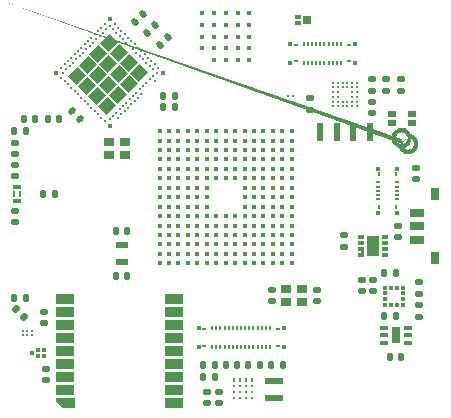
<source format=gbr>
%TF.GenerationSoftware,KiCad,Pcbnew,7.0.1*%
%TF.CreationDate,2023-12-30T18:27:53+00:00*%
%TF.ProjectId,watch_main,77617463-685f-46d6-9169-6e2e6b696361,rev?*%
%TF.SameCoordinates,Original*%
%TF.FileFunction,Paste,Top*%
%TF.FilePolarity,Positive*%
%FSLAX46Y46*%
G04 Gerber Fmt 4.6, Leading zero omitted, Abs format (unit mm)*
G04 Created by KiCad (PCBNEW 7.0.1) date 2023-12-30 18:27:53*
%MOMM*%
%LPD*%
G01*
G04 APERTURE LIST*
G04 Aperture macros list*
%AMRoundRect*
0 Rectangle with rounded corners*
0 $1 Rounding radius*
0 $2 $3 $4 $5 $6 $7 $8 $9 X,Y pos of 4 corners*
0 Add a 4 corners polygon primitive as box body*
4,1,4,$2,$3,$4,$5,$6,$7,$8,$9,$2,$3,0*
0 Add four circle primitives for the rounded corners*
1,1,$1+$1,$2,$3*
1,1,$1+$1,$4,$5*
1,1,$1+$1,$6,$7*
1,1,$1+$1,$8,$9*
0 Add four rect primitives between the rounded corners*
20,1,$1+$1,$2,$3,$4,$5,0*
20,1,$1+$1,$4,$5,$6,$7,0*
20,1,$1+$1,$6,$7,$8,$9,0*
20,1,$1+$1,$8,$9,$2,$3,0*%
%AMRotRect*
0 Rectangle, with rotation*
0 The origin of the aperture is its center*
0 $1 length*
0 $2 width*
0 $3 Rotation angle, in degrees counterclockwise*
0 Add horizontal line*
21,1,$1,$2,0,0,$3*%
%AMFreePoly0*
4,1,6,0.450000,-0.400000,-0.450000,-0.400000,-0.450000,0.650000,0.150000,1.200000,0.450000,1.200000,0.450000,-0.400000,0.450000,-0.400000,$1*%
%AMFreePoly1*
4,1,7,0.150000,0.000000,0.350000,0.000000,0.350000,-0.250000,-0.150000,-0.250000,-0.150000,0.250000,0.150000,0.250000,0.150000,0.000000,0.150000,0.000000,$1*%
%AMFreePoly2*
4,1,59,0.799098,0.828199,0.965410,0.754152,1.112692,0.647145,1.234508,0.511855,1.325534,0.354194,1.381790,0.181054,1.400820,0.000000,1.381790,-0.181054,1.325534,-0.354194,1.234508,-0.511855,1.112692,-0.647145,0.965410,-0.754152,0.799098,-0.828199,0.621025,-0.866050,0.438975,-0.866050,0.260902,-0.828199,0.094590,-0.754152,-0.052692,-0.647145,-0.174508,-0.511855,-0.265534,-0.354194,
-0.321790,-0.181054,-0.339094,-0.016420,0.056698,-0.016420,0.073606,-0.134009,0.129848,-0.257162,0.218508,-0.359481,0.332403,-0.432677,0.462306,-0.470820,0.597694,-0.470820,0.727597,-0.432677,0.841492,-0.359481,0.930152,-0.257162,0.986394,-0.134009,1.005662,0.000000,0.986394,0.134009,0.930152,0.257162,0.841492,0.359481,0.727597,0.432677,0.597694,0.470820,0.462306,0.470820,
0.332403,0.432677,0.218508,0.359481,0.129848,0.257162,0.073606,0.134009,0.056698,0.016420,0.063500,0.000000,0.056698,-0.016420,-0.339094,-0.016420,-0.339094,-0.016419,-0.340820,0.000000,-0.321790,0.181054,-0.265534,0.354194,-0.174508,0.511855,-0.052692,0.647145,0.094590,0.754152,0.260902,0.828199,0.438975,0.866050,0.621025,0.866050,0.799098,0.828199,0.799098,0.828199,
$1*%
G04 Aperture macros list end*
%ADD10RoundRect,0.140000X-0.170000X0.140000X-0.170000X-0.140000X0.170000X-0.140000X0.170000X0.140000X0*%
%ADD11RoundRect,0.140000X-0.140000X-0.170000X0.140000X-0.170000X0.140000X0.170000X-0.140000X0.170000X0*%
%ADD12RoundRect,0.140000X0.170000X-0.140000X0.170000X0.140000X-0.170000X0.140000X-0.170000X-0.140000X0*%
%ADD13RoundRect,0.135000X-0.185000X0.135000X-0.185000X-0.135000X0.185000X-0.135000X0.185000X0.135000X0*%
%ADD14R,0.200000X0.400000*%
%ADD15R,0.400000X0.400000*%
%ADD16R,0.360000X0.220000*%
%ADD17R,0.360000X0.210000*%
%ADD18RoundRect,0.147500X-0.147500X-0.172500X0.147500X-0.172500X0.147500X0.172500X-0.147500X0.172500X0*%
%ADD19R,0.900000X0.800000*%
%ADD20RoundRect,0.147500X0.172500X-0.147500X0.172500X0.147500X-0.172500X0.147500X-0.172500X-0.147500X0*%
%ADD21RotRect,1.100000X1.000000X225.000000*%
%ADD22C,0.400000*%
%ADD23C,0.250000*%
%ADD24R,0.400000X0.200000*%
%ADD25R,0.220000X0.360000*%
%ADD26RoundRect,0.135000X0.185000X-0.135000X0.185000X0.135000X-0.185000X0.135000X-0.185000X-0.135000X0*%
%ADD27R,0.300000X0.375000*%
%ADD28R,0.750000X0.300000*%
%ADD29R,0.750000X1.450000*%
%ADD30RoundRect,0.140000X0.140000X0.170000X-0.140000X0.170000X-0.140000X-0.170000X0.140000X-0.170000X0*%
%ADD31R,0.480000X0.400000*%
%ADD32R,0.750000X0.750000*%
%ADD33R,1.600000X0.900000*%
%ADD34FreePoly0,90.000000*%
%ADD35R,0.300000X0.350000*%
%ADD36R,0.350000X0.300000*%
%ADD37RoundRect,0.135000X-0.135000X-0.185000X0.135000X-0.185000X0.135000X0.185000X-0.135000X0.185000X0*%
%ADD38C,0.300000*%
%ADD39R,0.200000X0.300000*%
%ADD40R,0.250000X0.250000*%
%ADD41R,0.500000X0.300000*%
%ADD42FreePoly1,90.000000*%
%ADD43R,1.000000X1.700000*%
%ADD44C,0.177000*%
%ADD45R,0.550000X1.600000*%
%ADD46R,1.100000X0.600000*%
%ADD47R,1.200000X0.800000*%
%ADD48R,0.800000X1.000000*%
%ADD49R,0.800000X0.990000*%
%ADD50RoundRect,0.135000X0.135000X0.185000X-0.135000X0.185000X-0.135000X-0.185000X0.135000X-0.185000X0*%
%ADD51C,0.370000*%
%ADD52R,1.600000X0.550000*%
%ADD53RoundRect,0.140000X0.021213X-0.219203X0.219203X-0.021213X-0.021213X0.219203X-0.219203X0.021213X0*%
%ADD54RoundRect,0.147500X-0.226274X-0.017678X-0.017678X-0.226274X0.226274X0.017678X0.017678X0.226274X0*%
%ADD55RoundRect,0.140000X0.219203X0.021213X0.021213X0.219203X-0.219203X-0.021213X-0.021213X-0.219203X0*%
%ADD56R,0.800000X0.350000*%
%ADD57R,0.260000X0.600000*%
%ADD58R,0.762000X0.533400*%
%ADD59FreePoly2,90.000000*%
%ADD60RoundRect,0.147500X0.147500X0.172500X-0.147500X0.172500X-0.147500X-0.172500X0.147500X-0.172500X0*%
%ADD61C,0.406400*%
G04 APERTURE END LIST*
%TO.C,MIC1801*%
G36*
X165766867Y-89476068D02*
G01*
X166007611Y-89598733D01*
X166198667Y-89789789D01*
X166321332Y-90030533D01*
X166363600Y-90297400D01*
X166321332Y-90564267D01*
X166198667Y-90805011D01*
X166007611Y-90996067D01*
X165766867Y-91118732D01*
X165500000Y-91161000D01*
X165424732Y-91157714D01*
X165456832Y-90790815D01*
X165500000Y-90792700D01*
X165653056Y-90768458D01*
X165791130Y-90698106D01*
X165900706Y-90588530D01*
X165971058Y-90450456D01*
X165995300Y-90297400D01*
X165971058Y-90144344D01*
X165900706Y-90006270D01*
X165791130Y-89896694D01*
X165653056Y-89826342D01*
X165500000Y-89802100D01*
X165456832Y-89803985D01*
X165424732Y-89437086D01*
X165500000Y-89433800D01*
X165766867Y-89476068D01*
G37*
G36*
X165575268Y-89437086D02*
G01*
X165543168Y-89803985D01*
X165500000Y-89802100D01*
X165346944Y-89826342D01*
X165208870Y-89896694D01*
X165099294Y-90006270D01*
X165028942Y-90144344D01*
X165004700Y-90297400D01*
X165028942Y-90450456D01*
X165099294Y-90588530D01*
X165208870Y-90698106D01*
X165346944Y-90768458D01*
X165500000Y-90792700D01*
X165543168Y-90790815D01*
X165575268Y-91157714D01*
X165500000Y-91161000D01*
X165233133Y-91118732D01*
X164992389Y-90996067D01*
X164801333Y-90805011D01*
X164678668Y-90564267D01*
X164636400Y-90297400D01*
X164678668Y-90030533D01*
X164801333Y-89789789D01*
X164992389Y-89598733D01*
X165233133Y-89476068D01*
X165500000Y-89433800D01*
X165575268Y-89437086D01*
G37*
%TD*%
D10*
%TO.C,C207*%
X157700000Y-86920000D03*
X157700000Y-87880000D03*
%TD*%
D11*
%TO.C,C803*%
X141320000Y-98150000D03*
X142280000Y-98150000D03*
%TD*%
D12*
%TO.C,C402*%
X135200000Y-105980000D03*
X135200000Y-105020000D03*
%TD*%
%TO.C,C1601*%
X132720000Y-97442000D03*
X132720000Y-96482000D03*
%TD*%
D13*
%TO.C,R202*%
X165400000Y-85290000D03*
X165400000Y-86310000D03*
%TD*%
D14*
%TO.C,J501*%
X154350000Y-108000000D03*
X154000000Y-108000000D03*
X153650000Y-108000000D03*
X153300000Y-108000000D03*
X152950000Y-108000000D03*
X152600000Y-108000000D03*
X152250000Y-108000000D03*
X151900000Y-108000000D03*
X151550000Y-108000000D03*
X151200000Y-108000000D03*
X150850000Y-108000000D03*
X150500000Y-108000000D03*
X150150000Y-108000000D03*
X149800000Y-108000000D03*
X149450000Y-108000000D03*
X149450000Y-106400000D03*
X149800000Y-106400000D03*
X150150000Y-106400000D03*
X150500000Y-106400000D03*
X150850000Y-106400000D03*
X151200000Y-106400000D03*
X151550000Y-106400000D03*
X151900000Y-106400000D03*
X152250000Y-106400000D03*
X152600000Y-106400000D03*
X152950000Y-106400000D03*
X153300000Y-106400000D03*
X153650000Y-106400000D03*
X154000000Y-106400000D03*
X154350000Y-106400000D03*
D15*
X155500000Y-106400000D03*
D16*
X155030000Y-106490000D03*
X148770000Y-106490000D03*
D15*
X148300000Y-106400000D03*
X148300000Y-108000000D03*
D16*
X148770000Y-107910000D03*
X155030000Y-107910000D03*
D15*
X155500000Y-108000000D03*
%TD*%
D14*
%TO.C,J701*%
X157210000Y-83900000D03*
X157210000Y-82300000D03*
X157560000Y-83900000D03*
X157560000Y-82300000D03*
X157910000Y-83900000D03*
X157910000Y-82300000D03*
X158260000Y-83900000D03*
X158260000Y-82300000D03*
X158610000Y-83900000D03*
X158610000Y-82300000D03*
X158960000Y-83900000D03*
X158960000Y-82300000D03*
X159310000Y-83900000D03*
X159310000Y-82300000D03*
X159660000Y-83900000D03*
X159660000Y-82300000D03*
X160010000Y-83900000D03*
X160010000Y-82300000D03*
X160360000Y-83900000D03*
X160360000Y-82300000D03*
D15*
X156060000Y-82300000D03*
D17*
X156530000Y-82395000D03*
D15*
X156060000Y-83900000D03*
D17*
X156530000Y-83805000D03*
X161040000Y-83805000D03*
D15*
X161510000Y-83900000D03*
D17*
X161040000Y-82395000D03*
D15*
X161540000Y-82300000D03*
%TD*%
D10*
%TO.C,C401*%
X135400000Y-109820000D03*
X135400000Y-110780000D03*
%TD*%
D18*
%TO.C,L1601*%
X132715000Y-103800000D03*
X133685000Y-103800000D03*
%TD*%
D19*
%TO.C,Y301*%
X142100000Y-90650000D03*
X140700000Y-90650000D03*
X140700000Y-91750000D03*
X142100000Y-91750000D03*
%TD*%
D20*
%TO.C,L1602*%
X132720000Y-91665000D03*
X132720000Y-90695000D03*
%TD*%
D21*
%TO.C,U301*%
X143291852Y-84786827D03*
X142443324Y-83938299D03*
X141594796Y-83089771D03*
X140746268Y-82241243D03*
X142372613Y-85706066D03*
X141524085Y-84857538D03*
X140675557Y-84009010D03*
X139827029Y-83160482D03*
X141453374Y-86625305D03*
X140604846Y-85776777D03*
X139756318Y-84928249D03*
X138907790Y-84079721D03*
X140534136Y-87544544D03*
X139685607Y-86696016D03*
X138837079Y-85847488D03*
X137988551Y-84998959D03*
D22*
X145307106Y-84751472D03*
D23*
X144600000Y-85458579D03*
X143468629Y-86589950D03*
X143185786Y-86872792D03*
X142902943Y-87155635D03*
X142620101Y-87438478D03*
X142337258Y-87721320D03*
X142054415Y-88004163D03*
X141771572Y-88287006D03*
X141488730Y-88569849D03*
D22*
X140781623Y-89276955D03*
D23*
X142337258Y-81781624D03*
X137811775Y-86307107D03*
X141912994Y-81923045D03*
X142054415Y-81498781D03*
X137528932Y-86024264D03*
X141630151Y-81640202D03*
X141771572Y-81215938D03*
X137246089Y-85741421D03*
X141347308Y-81357359D03*
X141488730Y-80933095D03*
X136963246Y-85458579D03*
X141064466Y-81074517D03*
X141205887Y-80650253D03*
X136680404Y-85175736D03*
X140781623Y-80791674D03*
X140498780Y-81074517D03*
X140215938Y-81357359D03*
X139933095Y-81640202D03*
X139650252Y-81923045D03*
X139367409Y-82205888D03*
X139084567Y-82488730D03*
X138801724Y-82771573D03*
X138518881Y-83054416D03*
X138236039Y-83337258D03*
X137953196Y-83620101D03*
X137670353Y-83902944D03*
X137387510Y-84185787D03*
X137104668Y-84468629D03*
X136821825Y-84751472D03*
D22*
X140781623Y-80225989D03*
D23*
X140357359Y-80650253D03*
X140074516Y-80933095D03*
X139791674Y-81215938D03*
X139508831Y-81498781D03*
X139225988Y-81781624D03*
X138943145Y-82064466D03*
X138660303Y-82347309D03*
X138377460Y-82630152D03*
X138094617Y-82912994D03*
X137811775Y-83195837D03*
X137528932Y-83478680D03*
X137246089Y-83761523D03*
X136963246Y-84044365D03*
X136680404Y-84327208D03*
D22*
X136256140Y-84751472D03*
D23*
X144741421Y-84751472D03*
X144458578Y-85034315D03*
X144175736Y-85317157D03*
X143892893Y-85600000D03*
X143610050Y-85882843D03*
X143327207Y-86165686D03*
X143044365Y-86448528D03*
X142761522Y-86731371D03*
X142478679Y-87014214D03*
X142195837Y-87297056D03*
X141912994Y-87579899D03*
X141630151Y-87862742D03*
X141347308Y-88145585D03*
X141064466Y-88428427D03*
X140781623Y-88711270D03*
X144882842Y-84327208D03*
X140357359Y-88852691D03*
X144458578Y-84468629D03*
X144600000Y-84044365D03*
X140074516Y-88569849D03*
X144175736Y-84185787D03*
X144317157Y-83761523D03*
X139791674Y-88287006D03*
X143892893Y-83902944D03*
X144034314Y-83478680D03*
X139508831Y-88004163D03*
X143610050Y-83620101D03*
X143751471Y-83195837D03*
X139225988Y-87721320D03*
X143327207Y-83337258D03*
X143468629Y-82912994D03*
X138943145Y-87438478D03*
X143044365Y-83054416D03*
X143185786Y-82630152D03*
X138660303Y-87155635D03*
X142761522Y-82771573D03*
X142902943Y-82347309D03*
X138377460Y-86872792D03*
X142478679Y-82488730D03*
X142620101Y-82064466D03*
X138094617Y-86589950D03*
X142195837Y-82205888D03*
%TD*%
D24*
%TO.C,J601*%
X163500000Y-94050000D03*
X163500000Y-94400000D03*
X163500000Y-94750000D03*
X163500000Y-95100000D03*
X163500000Y-95450000D03*
X165100000Y-95450000D03*
X165100000Y-95100000D03*
X165100000Y-94400000D03*
X165100000Y-94750000D03*
X165100000Y-94050000D03*
D15*
X163500000Y-92900000D03*
X165100000Y-92900000D03*
D25*
X163590000Y-93350000D03*
X165010000Y-93350000D03*
X163590000Y-96150000D03*
X165010000Y-96150000D03*
D15*
X163500000Y-96600000D03*
X165100000Y-96600000D03*
%TD*%
D11*
%TO.C,C1305*%
X164020000Y-101700000D03*
X164980000Y-101700000D03*
%TD*%
%TO.C,C1407*%
X152520000Y-109500000D03*
X153480000Y-109500000D03*
%TD*%
D26*
%TO.C,R804*%
X167000000Y-105410000D03*
X167000000Y-104390000D03*
%TD*%
D19*
%TO.C,Y801*%
X157100000Y-103050000D03*
X155700000Y-103050000D03*
X155700000Y-104150000D03*
X157100000Y-104150000D03*
%TD*%
D12*
%TO.C,C1401*%
X150000000Y-112730000D03*
X150000000Y-111770000D03*
%TD*%
D10*
%TO.C,C1306*%
X163100000Y-102320000D03*
X163100000Y-103280000D03*
%TD*%
D27*
%TO.C,FL401*%
X134200000Y-108487500D03*
X134700000Y-108775000D03*
X135200000Y-108775000D03*
X135200000Y-108200000D03*
X134700000Y-108200000D03*
%TD*%
D28*
%TO.C,IC1302*%
X166000000Y-107650000D03*
X166000000Y-107000000D03*
X166000000Y-106350000D03*
X164000000Y-106350000D03*
X164000000Y-107000000D03*
X164000000Y-107650000D03*
D29*
X165000000Y-107000000D03*
%TD*%
D30*
%TO.C,C1408*%
X149680000Y-109500000D03*
X148720000Y-109500000D03*
%TD*%
D11*
%TO.C,C804*%
X141320000Y-101950000D03*
X142280000Y-101950000D03*
%TD*%
D23*
%TO.C,IC201*%
X159700000Y-87600000D03*
X159700000Y-87200000D03*
X159700000Y-86800000D03*
X159700000Y-86400000D03*
X159700000Y-86000000D03*
X159700000Y-85600000D03*
X160100000Y-87600000D03*
X160100000Y-87200000D03*
X160100000Y-86800000D03*
X160100000Y-86400000D03*
X160100000Y-86000000D03*
X160100000Y-85600000D03*
X160500000Y-87600000D03*
X160500000Y-87200000D03*
X160500000Y-86000000D03*
X160500000Y-85600000D03*
X160900000Y-87600000D03*
X160900000Y-87200000D03*
X160900000Y-86000000D03*
X160900000Y-85600000D03*
X161300000Y-87600000D03*
X161300000Y-87200000D03*
X161300000Y-86800000D03*
X161300000Y-86400000D03*
X161300000Y-86000000D03*
X161300000Y-85600000D03*
X161700000Y-87600000D03*
X161700000Y-87200000D03*
X161700000Y-86800000D03*
X161700000Y-86400000D03*
X161700000Y-86000000D03*
X161700000Y-85600000D03*
%TD*%
D12*
%TO.C,C1602*%
X132720000Y-93522000D03*
X132720000Y-92562000D03*
%TD*%
D30*
%TO.C,C1405*%
X151580000Y-109500000D03*
X150620000Y-109500000D03*
%TD*%
D12*
%TO.C,C802*%
X158300000Y-104080000D03*
X158300000Y-103120000D03*
%TD*%
D10*
%TO.C,C202*%
X163000000Y-85320000D03*
X163000000Y-86280000D03*
%TD*%
D31*
%TO.C,Q201*%
X156720000Y-80025000D03*
D32*
X157480000Y-80300000D03*
D31*
X156720000Y-80575000D03*
%TD*%
D13*
%TO.C,R201*%
X164200000Y-85290000D03*
X164200000Y-86310000D03*
%TD*%
D10*
%TO.C,C1801*%
X166700000Y-92820000D03*
X166700000Y-93780000D03*
%TD*%
D33*
%TO.C,U401*%
X146200000Y-112700000D03*
X146200000Y-111600000D03*
X146200000Y-110500000D03*
X146200000Y-109400000D03*
X146200000Y-108300000D03*
X146200000Y-107200000D03*
X146200000Y-106100000D03*
X146200000Y-105000000D03*
X146200000Y-103900000D03*
X137000000Y-103900000D03*
X137000000Y-105000000D03*
X137000000Y-106100000D03*
X137000000Y-107200000D03*
X137000000Y-108300000D03*
X137000000Y-109400000D03*
X137000000Y-110500000D03*
X137000000Y-111600000D03*
D34*
X137400000Y-112700000D03*
%TD*%
D11*
%TO.C,C316*%
X145320000Y-86700000D03*
X146280000Y-86700000D03*
%TD*%
D30*
%TO.C,C1307*%
X165480000Y-108812500D03*
X164520000Y-108812500D03*
%TD*%
D35*
%TO.C,IC1301*%
X164100000Y-104450000D03*
X164600000Y-104450000D03*
X165100000Y-104450000D03*
X165600000Y-104450000D03*
D36*
X165600000Y-103950000D03*
X165600000Y-103450000D03*
D35*
X165600000Y-102950000D03*
X165100000Y-102950000D03*
X164600000Y-102950000D03*
X164100000Y-102950000D03*
D36*
X164100000Y-103450000D03*
X164100000Y-103950000D03*
%TD*%
D30*
%TO.C,C1409*%
X149680000Y-110500000D03*
X148720000Y-110500000D03*
%TD*%
D18*
%TO.C,L1603*%
X132715000Y-89700000D03*
X133685000Y-89700000D03*
%TD*%
D10*
%TO.C,C801*%
X154500000Y-103120000D03*
X154500000Y-104080000D03*
%TD*%
D37*
%TO.C,R1601*%
X135098000Y-95035000D03*
X136118000Y-95035000D03*
%TD*%
D38*
%TO.C,U1401*%
X152800000Y-112300000D03*
X152300000Y-112300000D03*
X151800000Y-112300000D03*
X151300000Y-112300000D03*
X152800000Y-111800000D03*
X152300000Y-111800000D03*
X151800000Y-111800000D03*
X151300000Y-111800000D03*
X152800000Y-111300000D03*
X152300000Y-111300000D03*
X151800000Y-111300000D03*
X151300000Y-111296000D03*
D39*
X152800000Y-110800000D03*
X152304000Y-110800000D03*
X151800000Y-110800000D03*
X151300000Y-110800000D03*
%TD*%
D40*
%TO.C,IC401*%
X133400000Y-106987500D03*
X133800000Y-106987500D03*
X134200000Y-106987500D03*
X134200000Y-106587500D03*
X133800000Y-106587500D03*
X133400000Y-106587500D03*
%TD*%
D41*
%TO.C,U1102*%
X164100000Y-100200000D03*
X164100000Y-99700000D03*
X164100000Y-99200000D03*
X164100000Y-98700000D03*
X162050000Y-98700000D03*
X162050000Y-99200000D03*
X162050000Y-99700000D03*
D42*
X162050000Y-100200000D03*
D43*
X163075000Y-99450000D03*
%TD*%
D10*
%TO.C,C1501*%
X165200000Y-97720000D03*
X165200000Y-98680000D03*
%TD*%
D44*
%TO.C,IC1801*%
X155900000Y-86750000D03*
X156300000Y-86750000D03*
X155900000Y-87250000D03*
X156300000Y-87250000D03*
%TD*%
D10*
%TO.C,C1404*%
X149000000Y-111770000D03*
X149000000Y-112730000D03*
%TD*%
D45*
%TO.C,L202*%
X160025000Y-89800000D03*
X158575000Y-89800000D03*
%TD*%
D46*
%TO.C,Y802*%
X141800000Y-100750000D03*
X141800000Y-99350000D03*
%TD*%
D47*
%TO.C,SW1501*%
X166800000Y-98900000D03*
X166800000Y-96600000D03*
X166800000Y-97750000D03*
D48*
X168350000Y-100450000D03*
D49*
X168350000Y-95050000D03*
%TD*%
D18*
%TO.C,L1604*%
X133515000Y-88700000D03*
X134485000Y-88700000D03*
%TD*%
D50*
%TO.C,R803*%
X165010000Y-105400000D03*
X163990000Y-105400000D03*
%TD*%
D11*
%TO.C,C1406*%
X154470000Y-109500000D03*
X155430000Y-109500000D03*
%TD*%
D10*
%TO.C,C204*%
X163000000Y-87220000D03*
X163000000Y-88180000D03*
%TD*%
D51*
%TO.C,IC1001*%
X148600000Y-82700000D03*
X148600000Y-81700000D03*
X148600000Y-80700000D03*
X148600000Y-79700000D03*
X149600000Y-83700000D03*
X149600000Y-82700000D03*
X149600000Y-81700000D03*
X149600000Y-80700000D03*
X149600000Y-79700000D03*
X150600000Y-83700000D03*
X150600000Y-82700000D03*
X150600000Y-81700000D03*
X150600000Y-80700000D03*
X150600000Y-79700000D03*
X151600000Y-83700000D03*
X151600000Y-82700000D03*
X151600000Y-81700000D03*
X151600000Y-80700000D03*
X151600000Y-79700000D03*
X152600000Y-83700000D03*
X152600000Y-82700000D03*
X152600000Y-81700000D03*
X152600000Y-80700000D03*
X152600000Y-79700000D03*
%TD*%
D52*
%TO.C,L1404*%
X154700000Y-112275000D03*
X154700000Y-110825000D03*
%TD*%
D53*
%TO.C,C306*%
X143960589Y-81439411D03*
X144639411Y-80760589D03*
%TD*%
D54*
%TO.C,L401*%
X132857053Y-104757053D03*
X133542947Y-105442947D03*
%TD*%
D10*
%TO.C,C1303*%
X162100000Y-102320000D03*
X162100000Y-103280000D03*
%TD*%
D55*
%TO.C,C315*%
X138239411Y-88699411D03*
X137560589Y-88020589D03*
%TD*%
D12*
%TO.C,C1301*%
X167000000Y-103480000D03*
X167000000Y-102520000D03*
%TD*%
D56*
%TO.C,ANT1601*%
X132931000Y-95661000D03*
D57*
X133184000Y-95036000D03*
D56*
X132931000Y-94411000D03*
D57*
X132678000Y-95036000D03*
%TD*%
D11*
%TO.C,C314*%
X145320000Y-87700000D03*
X146280000Y-87700000D03*
%TD*%
D53*
%TO.C,C304*%
X145060589Y-82439411D03*
X145739411Y-81760589D03*
%TD*%
D58*
%TO.C,MIC1801*%
X166337500Y-88223400D03*
X166337500Y-89045400D03*
X164662500Y-88223400D03*
X164662500Y-89045400D03*
D59*
X165500000Y-90814800D03*
%TD*%
D12*
%TO.C,C1101*%
X160600000Y-99480000D03*
X160600000Y-98520000D03*
%TD*%
D45*
%TO.C,L201*%
X162825000Y-89800000D03*
X161375000Y-89800000D03*
%TD*%
D60*
%TO.C,L303*%
X136485000Y-88700000D03*
X135515000Y-88700000D03*
%TD*%
D53*
%TO.C,C313*%
X142960589Y-80439411D03*
X143639411Y-79760589D03*
%TD*%
D61*
%TO.C,U801*%
X145000001Y-100899999D03*
X145000001Y-100099999D03*
X145000001Y-99300000D03*
X145000001Y-98500000D03*
X145000001Y-97700000D03*
X145000001Y-96900000D03*
X145000001Y-96100000D03*
X145000001Y-95300000D03*
X145000001Y-94500000D03*
X145000001Y-93700000D03*
X145000001Y-92900000D03*
X145000001Y-92100000D03*
X145000001Y-91300000D03*
X145000001Y-90500001D03*
X145000001Y-89700001D03*
X145800001Y-100899999D03*
X145800001Y-100099999D03*
X145800001Y-99300000D03*
X145800001Y-98500000D03*
X145800001Y-97700000D03*
X145800001Y-96900000D03*
X145800001Y-96100000D03*
X145800001Y-95300000D03*
X145800001Y-94500000D03*
X145800001Y-93700000D03*
X145800001Y-92900000D03*
X145800001Y-92100000D03*
X145800001Y-91300000D03*
X145800001Y-90500001D03*
X145800001Y-89700001D03*
X146600000Y-100899999D03*
X146600000Y-100099999D03*
X146600000Y-99300000D03*
X146600000Y-98500000D03*
X146600000Y-97700000D03*
X146600000Y-96900000D03*
X146600000Y-96100000D03*
X146600000Y-95300000D03*
X146600000Y-94500000D03*
X146600000Y-93700000D03*
X146600000Y-92900000D03*
X146600000Y-92100000D03*
X146600000Y-91300000D03*
X146600000Y-90500001D03*
X146600000Y-89700001D03*
X147400000Y-100899999D03*
X147400000Y-100099999D03*
X147400000Y-99300000D03*
X147400000Y-98500000D03*
X147400000Y-97700000D03*
X147400000Y-96900000D03*
X147400000Y-96100000D03*
X147400000Y-95300000D03*
X147400000Y-94500000D03*
X147400000Y-93700000D03*
X147400000Y-92900000D03*
X147400000Y-92100000D03*
X147400000Y-91300000D03*
X147400000Y-90500001D03*
X147400000Y-89700001D03*
X148200000Y-100899999D03*
X148200000Y-100099999D03*
X148200000Y-99300000D03*
X148200000Y-98500000D03*
X148200000Y-97700000D03*
X148200000Y-96900000D03*
X148200000Y-96100000D03*
X148200000Y-95300000D03*
X148200000Y-94500000D03*
X148200000Y-93700000D03*
X148200000Y-92900000D03*
X148200000Y-92100000D03*
X148200000Y-91300000D03*
X148200000Y-90500001D03*
X148200000Y-89700001D03*
X149000000Y-100899999D03*
X149000000Y-100099999D03*
X149000000Y-99300000D03*
X149000000Y-98500000D03*
X149000000Y-97700000D03*
X149000000Y-96900000D03*
X149000000Y-96100000D03*
X149000000Y-95300000D03*
X149000000Y-94500000D03*
X149000000Y-93700000D03*
X149000000Y-92900000D03*
X149000000Y-92100000D03*
X149000000Y-91300000D03*
X149000000Y-90500001D03*
X149000000Y-89700001D03*
X149800000Y-100899999D03*
X149800000Y-100099999D03*
X149800000Y-99300000D03*
X149800000Y-98500000D03*
X149800000Y-97700000D03*
X149800000Y-96900000D03*
X149800000Y-93700000D03*
X149800000Y-92900000D03*
X149800000Y-92100000D03*
X149800000Y-91300000D03*
X149800000Y-90500001D03*
X149800000Y-89700001D03*
X150600000Y-100899999D03*
X150600000Y-100099999D03*
X150600000Y-99300000D03*
X150600000Y-98500000D03*
X150600000Y-97700000D03*
X150600000Y-96900000D03*
X150600000Y-93700000D03*
X150600000Y-92900000D03*
X150600000Y-92100000D03*
X150600000Y-91300000D03*
X150600000Y-90500001D03*
X150600000Y-89700001D03*
X151400000Y-100899999D03*
X151400000Y-100099999D03*
X151400000Y-99300000D03*
X151400000Y-98500000D03*
X151400000Y-97700000D03*
X151400000Y-96900000D03*
X151400000Y-93700000D03*
X151400000Y-92900000D03*
X151400000Y-92100000D03*
X151400000Y-91300000D03*
X151400000Y-90500001D03*
X151400000Y-89700001D03*
X152200000Y-100899999D03*
X152200000Y-100099999D03*
X152200000Y-99300000D03*
X152200000Y-98500000D03*
X152200000Y-97700000D03*
X152200000Y-96900000D03*
X152200000Y-96100000D03*
X152200000Y-95300000D03*
X152200000Y-94500000D03*
X152200000Y-93700000D03*
X152200000Y-92900000D03*
X152200000Y-92100000D03*
X152200000Y-91300000D03*
X152200000Y-90500001D03*
X152200000Y-89700001D03*
X153000000Y-100899999D03*
X153000000Y-100099999D03*
X153000000Y-99300000D03*
X153000000Y-98500000D03*
X153000000Y-97700000D03*
X153000000Y-96900000D03*
X153000000Y-96100000D03*
X153000000Y-95300000D03*
X153000000Y-94500000D03*
X153000000Y-93700000D03*
X153000000Y-92900000D03*
X153000000Y-92100000D03*
X153000000Y-91300000D03*
X153000000Y-90500001D03*
X153000000Y-89700001D03*
X153800000Y-100899999D03*
X153800000Y-100099999D03*
X153800000Y-99300000D03*
X153800000Y-98500000D03*
X153800000Y-97700000D03*
X153800000Y-96900000D03*
X153800000Y-96100000D03*
X153800000Y-95300000D03*
X153800000Y-94500000D03*
X153800000Y-93700000D03*
X153800000Y-92900000D03*
X153800000Y-92100000D03*
X153800000Y-91300000D03*
X153800000Y-90500001D03*
X153800000Y-89700001D03*
X154600000Y-100899999D03*
X154600000Y-100099999D03*
X154600000Y-99300000D03*
X154600000Y-98500000D03*
X154600000Y-97700000D03*
X154600000Y-96900000D03*
X154600000Y-96100000D03*
X154600000Y-95300000D03*
X154600000Y-94500000D03*
X154600000Y-93700000D03*
X154600000Y-92900000D03*
X154600000Y-92100000D03*
X154600000Y-91300000D03*
X154600000Y-90500001D03*
X154600000Y-89700001D03*
X155399999Y-100899999D03*
X155399999Y-100099999D03*
X155399999Y-99300000D03*
X155399999Y-98500000D03*
X155399999Y-97700000D03*
X155399999Y-96900000D03*
X155399999Y-96100000D03*
X155399999Y-95300000D03*
X155399999Y-94500000D03*
X155399999Y-93700000D03*
X155399999Y-92900000D03*
X155399999Y-92100000D03*
X155399999Y-91300000D03*
X155399999Y-90500001D03*
X155399999Y-89700001D03*
X156199999Y-100899999D03*
X156199999Y-100099999D03*
X156199999Y-99300000D03*
X156199999Y-98500000D03*
X156199999Y-97700000D03*
X156199999Y-96900000D03*
X156199999Y-96100000D03*
X156199999Y-95300000D03*
X156199999Y-94500000D03*
X156199999Y-93700000D03*
X156199999Y-92900000D03*
X156199999Y-92100000D03*
X156199999Y-91300000D03*
X156199999Y-90500001D03*
X156199999Y-89700001D03*
%TD*%
M02*

</source>
